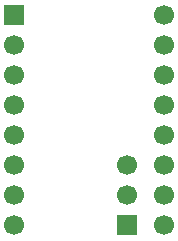
<source format=gbr>
G04 DipTrace 4.0.0.2*
G04 TopMask.gbr*
%MOIN*%
G04 #@! TF.FileFunction,Soldermask,Top*
G04 #@! TF.Part,Single*
%ADD24C,0.06688*%
%ADD26R,0.06688X0.06688*%
%ADD28C,0.066935*%
%ADD30R,0.066935X0.066935*%
%FSLAX26Y26*%
G04*
G70*
G90*
G75*
G01*
G04 TopMask*
%LPD*%
D30*
X818700Y443700D3*
D28*
Y543700D3*
Y643700D3*
D26*
X443700Y1143700D3*
D24*
Y1043700D3*
Y943700D3*
Y843700D3*
Y743700D3*
Y643700D3*
Y543700D3*
Y443700D3*
X943700D3*
Y543700D3*
Y643700D3*
Y743700D3*
Y843700D3*
Y943700D3*
Y1043700D3*
Y1143700D3*
M02*

</source>
